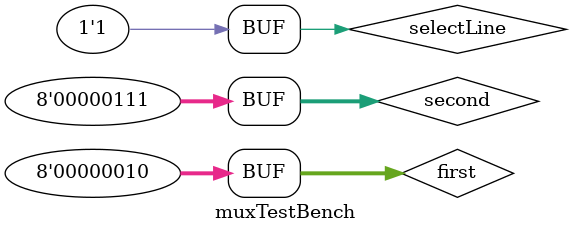
<source format=v>
`timescale 1ns / 1ps


module muxTestBench();
reg [0:7] first;
reg [0:7] second; 
reg selectLine; 
wire [0:7] outputData;
mux UUT(.first(first),.second(second), .selectLine(selectLine), .outputData(outputData));
initial 
begin 
first = 8'b00001000;
second = 8'b00000100;

selectLine = 0; 
#5
first =  8'b00000010;
second = 8'b00000111;
selectLine = 1; 

end

endmodule

</source>
